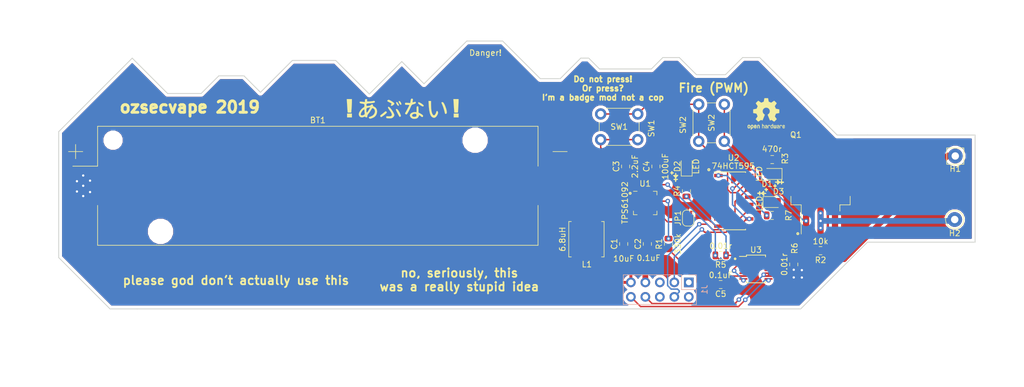
<source format=kicad_pcb>
(kicad_pcb (version 20171130) (host pcbnew 5.0.2-bee76a0~70~ubuntu18.10.1)
  (layers (0 F.Cu signal) (31 B.Cu signal) (34 B.Paste user) (35 F.Paste user) (36 B.SilkS user) (37 F.SilkS user) (38 B.Mask user) (39 F.Mask user) (44 Edge.Cuts user))
  (net 0 "")
  (net 1 VCCBat)
  (net 2 GND)
  (net 3 VCCBadge)
  (net 4 VCC5V)
  (net 5 "Net-(C5-Pad2)")
  (net 6 "Net-(D1-Pad2)")
  (net 7 "Net-(D2-Pad2)")
  (net 8 "Net-(D3-Pad2)")
  (net 9 VCCBatM)
  (net 10 FETDrain)
  (net 11 "Net-(J1-Pad1)")
  (net 12 "Net-(J1-Pad2)")
  (net 13 SCK)
  (net 14 MOSI)
  (net 15 "Net-(J1-Pad5)")
  (net 16 "Net-(J1-Pad6)")
  (net 17 SDA)
  (net 18 SCL)
  (net 19 "Net-(JP1-Pad1)")
  (net 20 "Net-(L1-Pad1)")
  (net 21 FETGateB)
  (net 22 "Net-(R1-Pad2)")
  (net 23 FETGate)
  (net 24 VCC5VM)
  (net 25 LEDPWM)
  (net 26 "Net-(U1-Pad2)")
  (net 27 "Net-(U1-Pad12)")
  (net 28 "Net-(U1-Pad14)")
  (net 29 "Net-(U1-Pad17)")
  (net 30 "Net-(U2-Pad2)")
  (net 31 "Net-(U2-Pad3)")
  (net 32 "Net-(U2-Pad4)")
  (net 33 "Net-(U2-Pad5)")
  (net 34 "Net-(U2-Pad6)")
  (net 35 "Net-(U2-Pad7)")
  (net 36 "Net-(U2-Pad9)")
  (module LOGO (layer F.Cu) (at 114.34 77.64)
    (fp_text reference G*** hide)
    (fp_text value ABUNAI hide)
  )
  (module Battery:BatteryHolder_Keystone_1042_1x18650 (layer F.Cu) (at 99.47 91.5)
    (fp_text reference BT1 (at 0 -11.5) (layer F.SilkS))
    (fp_text value Battery)
    (pad 1 smd rect (at -39.33 0) (size 7.34 6.35) (layers F.Cu F.Paste F.Mask) (net 1 VCCBat))
    (pad 2 smd rect (at 39.33 0) (size 7.34 6.35) (layers F.Cu F.Paste F.Mask) (net 2 GND))
    (pad "" np_thru_hole circle (at 27.6 -8) (size 3.45 3.45) (drill 3.45) (layers *.Cu *.Mask))
    (pad "" np_thru_hole circle (at -27.6 8) (size 3.45 3.45) (drill 3.45) (layers *.Cu *.Mask))
    (pad "" np_thru_hole circle (at -35.93 -8) (size 2.39 2.39) (drill 2.39) (layers *.Cu *.Mask))
  )
  (module Capacitor_SMD:C_0805_2012Metric (layer F.Cu) (at 153.14 101.7075 90)
    (fp_text reference C1 (at 0 -1.65 90) (layer F.SilkS))
    (fp_text value 10uF (at -2.58 0 180) (layer F.SilkS))
    (pad 1 smd roundrect (at -0.9375 0 90) (size 0.975 1.4) (layers F.Cu F.Paste F.Mask) (net 3 VCCBadge))
    (pad 2 smd roundrect (at 0.9375 0 90) (size 0.975 1.4) (layers F.Cu F.Paste F.Mask) (net 2 GND))
  )
  (module Capacitor_SMD:C_0805_2012Metric (layer F.Cu) (at 157.29 101.7075 90)
    (fp_text reference C2 (at 0 -1.65 90) (layer F.SilkS))
    (fp_text value 0.1uF (at -2.4675 0.21 180) (layer F.SilkS))
    (pad 1 smd roundrect (at -0.9375 0 90) (size 0.975 1.4) (layers F.Cu F.Paste F.Mask) (net 3 VCCBadge))
    (pad 2 smd roundrect (at 0.9375 0 90) (size 0.975 1.4) (layers F.Cu F.Paste F.Mask) (net 2 GND))
  )
  (module Capacitor_SMD:C_0805_2012Metric (layer F.Cu) (at 153.48 88.1025 90)
    (fp_text reference C3 (at 0 -1.65 90) (layer F.SilkS))
    (fp_text value 2.2uF (at 0 1.65 90) (layer F.SilkS))
    (pad 2 smd roundrect (at 0.9375 0 90) (size 0.975 1.4) (layers F.Cu F.Paste F.Mask) (net 2 GND))
    (pad 1 smd roundrect (at -0.9375 0 90) (size 0.975 1.4) (layers F.Cu F.Paste F.Mask) (net 4 VCC5V))
  )
  (module Capacitor_SMD:C_0805_2012Metric (layer F.Cu) (at 158.79 88.1025 90)
    (fp_text reference C4 (at 0 -1.65 90) (layer F.SilkS))
    (fp_text value 100uF (at 0 1.65 90) (layer F.SilkS))
    (pad 1 smd roundrect (at -0.9375 0 90) (size 0.975 1.4) (layers F.Cu F.Paste F.Mask) (net 4 VCC5V))
    (pad 2 smd roundrect (at 0.9375 0 90) (size 0.975 1.4) (layers F.Cu F.Paste F.Mask) (net 2 GND))
  )
  (module Capacitor_SMD:C_0805_2012Metric (layer F.Cu) (at 170.16 108.83 180)
    (fp_text reference C5 (at 0 -1.65 180) (layer F.SilkS))
    (fp_text value 0.1uF (at 0 1.65 180) (layer F.SilkS))
    (pad 2 smd roundrect (at 0.9375 0 180) (size 0.975 1.4) (layers F.Cu F.Paste F.Mask) (net 5 "Net-(C5-Pad2)"))
    (pad 1 smd roundrect (at -0.9375 0 180) (size 0.975 1.4) (layers F.Cu F.Paste F.Mask) (net 2 GND))
  )
  (module LED_SMD:LED_0805_2012Metric (layer F.Cu) (at 179.2375 89.42 180)
    (fp_text reference D1 (at 0.9275 -1.75 180) (layer F.SilkS))
    (fp_text value LED (at 2.3175 0.01 270) (layer F.SilkS))
    (pad 1 smd roundrect (at -0.9375 0 180) (size 0.975 1.4) (layers F.Cu F.Paste F.Mask) (net 2 GND))
    (pad 2 smd roundrect (at 0.9375 0 180) (size 0.975 1.4) (layers F.Cu F.Paste F.Mask) (net 6 "Net-(D1-Pad2)"))
  )
  (module LED_SMD:LED_0805_2012Metric (layer F.Cu) (at 164.195 88.1025 90)
    (fp_text reference D2 (at 0 -1.65 90) (layer F.SilkS))
    (fp_text value LED (at 0 1.65 90) (layer F.SilkS))
    (pad 1 smd roundrect (at -0.9375 0 90) (size 0.975 1.4) (layers F.Cu F.Paste F.Mask) (net 2 GND))
    (pad 2 smd roundrect (at 0.9375 0 90) (size 0.975 1.4) (layers F.Cu F.Paste F.Mask) (net 7 "Net-(D2-Pad2)"))
  )
  (module LED_SMD:LED_0805_2012Metric (layer F.Cu) (at 179.2775 94.35)
    (fp_text reference D3 (at 1.0225 -1.85) (layer F.SilkS))
    (fp_text value LED (at -2.3275 0.27 90) (layer F.SilkS))
    (pad 2 smd roundrect (at 0.9375 0) (size 0.975 1.4) (layers F.Cu F.Paste F.Mask) (net 8 "Net-(D3-Pad2)"))
    (pad 1 smd roundrect (at -0.9375 0) (size 0.975 1.4) (layers F.Cu F.Paste F.Mask) (net 2 GND))
  )
  (module Connector_Pin:Pin_D1.3mm_L11.3mm_W2.8mm_Flat (layer F.Cu) (at 211.32 86.27)
    (fp_text reference H1 (at 0 2.25) (layer F.SilkS))
    (fp_text value 510+)
    (pad 1 thru_hole circle (at 0 0) (size 2.6 2.6) (drill 1.3) (layers *.Cu *.Mask) (net 9 VCCBatM))
  )
  (module Connector_Pin:Pin_D1.3mm_L11.0mm (layer F.Cu) (at 211.22 97.42)
    (fp_text reference H2 (at 0 2.4) (layer F.SilkS))
    (fp_text value 510-)
    (pad 1 thru_hole circle (at 0 0) (size 2.6 2.6) (drill 1.3) (layers *.Cu *.Mask) (net 10 FETDrain))
  )
  (module Connector_PinSocket_2.54mm:PinSocket_2x05_P2.54mm_Vertical (layer B.Cu) (at 164.56 108.45 90)
    (fp_text reference J1 (at -1.27 2.77 90) (layer B.SilkS) (effects (justify mirror)))
    (fp_text value LSAO)
    (pad 1 thru_hole rect (at 0 0 90) (size 1.7 1.7) (drill 1) (layers *.Cu *.Mask) (net 11 "Net-(J1-Pad1)"))
    (pad 2 thru_hole oval (at -2.54 0 90) (size 1.7 1.7) (drill 1) (layers *.Cu *.Mask) (net 12 "Net-(J1-Pad2)"))
    (pad 3 thru_hole oval (at 0 -2.54 90) (size 1.7 1.7) (drill 1) (layers *.Cu *.Mask) (net 13 SCK))
    (pad 4 thru_hole oval (at -2.54 -2.54 90) (size 1.7 1.7) (drill 1) (layers *.Cu *.Mask) (net 14 MOSI))
    (pad 5 thru_hole oval (at 0 -5.08 90) (size 1.7 1.7) (drill 1) (layers *.Cu *.Mask) (net 15 "Net-(J1-Pad5)"))
    (pad 6 thru_hole oval (at -2.54 -5.08 90) (size 1.7 1.7) (drill 1) (layers *.Cu *.Mask) (net 16 "Net-(J1-Pad6)"))
    (pad 7 thru_hole oval (at 0 -7.62 90) (size 1.7 1.7) (drill 1) (layers *.Cu *.Mask) (net 3 VCCBadge))
    (pad 8 thru_hole oval (at -2.54 -7.62 90) (size 1.7 1.7) (drill 1) (layers *.Cu *.Mask) (net 17 SDA))
    (pad 9 thru_hole oval (at 0 -10.16 90) (size 1.7 1.7) (drill 1) (layers *.Cu *.Mask) (net 2 GND))
    (pad 10 thru_hole oval (at -2.54 -10.16 90) (size 1.7 1.7) (drill 1) (layers *.Cu *.Mask) (net 18 SCL))
  )
  (module Jumper:SolderJumper-2_P1.3mm_Bridged_RoundedPad1.0x1.5mm (layer F.Cu) (at 164.45 97.17 90)
    (fp_text reference JP1 (at 0 -1.8 90) (layer F.SilkS))
    (fp_text value Jumper)
    (pad 1 smd custom (at -0.65 0 90) (size 1 0.5) (layers F.Cu F.Mask) (net 19 "Net-(JP1-Pad1)") (options (clearance outline) (anchor rect)) (primitives (gr_circle (center 0 0.25) (end 0.5 0.25) (width 0)) (gr_circle (center 0 -0.25) (end 0.5 -0.25) (width 0)) (gr_poly (pts (xy 0 -0.75) (xy 0.5 -0.75) (xy 0.5 0.75) (xy 0 0.75)) (width 0)) (gr_poly (pts (xy 0.9 -0.3) (xy 0.4 -0.3) (xy 0.4 0.3) (xy 0.9 0.3)) (width 0))))
    (pad 2 smd custom (at 0.65 0 90) (size 1 0.5) (layers F.Cu F.Mask) (net 2 GND) (options (clearance outline) (anchor rect)) (primitives (gr_circle (center 0 0.25) (end 0.5 0.25) (width 0)) (gr_circle (center 0 -0.25) (end 0.5 -0.25) (width 0)) (gr_poly (pts (xy 0 -0.75) (xy -0.5 -0.75) (xy -0.5 0.75) (xy 0 0.75)) (width 0))))
  )
  (module Inductor_SMD:L_Bourns_SRN6045TA (layer F.Cu) (at 146.6 100.875 270)
    (fp_text reference L1 (at 4.41 -0.07) (layer F.SilkS))
    (fp_text value 6.8uH (at 0 4.2 270) (layer F.SilkS))
    (pad 1 smd rect (at -2.075 0 270) (size 2.35 5.1) (layers F.Cu F.Paste F.Mask) (net 20 "Net-(L1-Pad1)"))
    (pad 2 smd rect (at 2.075 0 270) (size 2.35 5.1) (layers F.Cu F.Paste F.Mask) (net 3 VCCBadge))
  )
  (module Package_TO_SOT_SMD:TO-263-3_TabPin2 (layer F.Cu) (at 187.68 91.89 90)
    (fp_text reference Q1 (at 9.33 -4.33 180) (layer F.SilkS))
    (fp_text value IRLS3034)
    (pad 1 smd rect (at -5.775 -2.54 90) (size 4.6 1.1) (layers F.Cu F.Paste F.Mask) (net 21 FETGateB))
    (pad 2 smd rect (at -5.775 0 90) (size 4.6 1.1) (layers F.Cu F.Paste F.Mask) (net 10 FETDrain))
    (pad 3 smd rect (at -5.775 2.54 90) (size 4.6 1.1) (layers F.Cu F.Paste F.Mask) (net 2 GND))
    (pad 2 smd rect (at 3.375 0 90) (size 9.4 10.8) (layers F.Cu F.Mask) (net 10 FETDrain))
  )
  (module Resistor_SMD:R_0805_2012Metric (layer F.Cu) (at 161 101.7075 90)
    (fp_text reference R1 (at 0 -1.65 90) (layer F.SilkS))
    (fp_text value 330k (at 0 1.65 90) (layer F.SilkS))
    (pad 2 smd roundrect (at 0.9375 0 90) (size 0.975 1.4) (layers F.Cu F.Paste F.Mask) (net 22 "Net-(R1-Pad2)"))
    (pad 1 smd roundrect (at -0.9375 0 90) (size 0.975 1.4) (layers F.Cu F.Paste F.Mask) (net 3 VCCBadge))
  )
  (module Resistor_SMD:R_0805_2012Metric (layer F.Cu) (at 187.6775 102.89 180)
    (fp_text reference R2 (at 0 -1.65 180) (layer F.SilkS))
    (fp_text value 10k (at 0 1.65 180) (layer F.SilkS))
    (pad 1 smd roundrect (at -0.9375 0 180) (size 0.975 1.4) (layers F.Cu F.Paste F.Mask) (net 2 GND))
    (pad 2 smd roundrect (at 0.9375 0 180) (size 0.975 1.4) (layers F.Cu F.Paste F.Mask) (net 21 FETGateB))
  )
  (module Resistor_SMD:R_0805_2012Metric (layer F.Cu) (at 179.2 86.9)
    (fp_text reference R3 (at 2.26 -0.17 90) (layer F.SilkS))
    (fp_text value 470r (at -0.06 -1.84 180) (layer F.SilkS))
    (pad 1 smd roundrect (at -0.9375 0) (size 0.975 1.4) (layers F.Cu F.Paste F.Mask) (net 23 FETGate))
    (pad 2 smd roundrect (at 0.9375 0) (size 0.975 1.4) (layers F.Cu F.Paste F.Mask) (net 6 "Net-(D1-Pad2)"))
  )
  (module Resistor_SMD:R_0805_2012Metric (layer F.Cu) (at 164.15 92.4225 90)
    (fp_text reference R4 (at 0 -1.65 90) (layer F.SilkS))
    (fp_text value 470r)
    (pad 2 smd roundrect (at 0.9375 0 90) (size 0.975 1.4) (layers F.Cu F.Paste F.Mask) (net 7 "Net-(D2-Pad2)"))
    (pad 1 smd roundrect (at -0.9375 0 90) (size 0.975 1.4) (layers F.Cu F.Paste F.Mask) (net 24 VCC5VM))
  )
  (module Resistor_SMD:R_0805_2012Metric (layer F.Cu) (at 170.16 103.71 180)
    (fp_text reference R5 (at 0 -1.65 180) (layer F.SilkS))
    (fp_text value 0.01r (at 0 1.65 180) (layer F.SilkS))
    (pad 1 smd roundrect (at -0.9375 0 180) (size 0.975 1.4) (layers F.Cu F.Paste F.Mask) (net 24 VCC5VM))
    (pad 2 smd roundrect (at 0.9375 0 180) (size 0.975 1.4) (layers F.Cu F.Paste F.Mask) (net 4 VCC5V))
  )
  (module Resistor_SMD:R_0805_2012Metric (layer F.Cu) (at 182.98 105.3 270)
    (fp_text reference R6 (at -2.83 -0.15 270) (layer F.SilkS))
    (fp_text value 0.01r (at 0 1.65 270) (layer F.SilkS))
    (pad 2 smd roundrect (at 0.9375 0 270) (size 0.975 1.4) (layers F.Cu F.Paste F.Mask) (net 1 VCCBat))
    (pad 1 smd roundrect (at -0.9375 0 270) (size 0.975 1.4) (layers F.Cu F.Paste F.Mask) (net 9 VCCBatM))
  )
  (module Resistor_SMD:R_0805_2012Metric (layer F.Cu) (at 179.1625 96.7)
    (fp_text reference R7 (at 2.9375 0 90) (layer F.SilkS))
    (fp_text value 470r)
    (pad 1 smd roundrect (at -0.9375 0) (size 0.975 1.4) (layers F.Cu F.Paste F.Mask) (net 25 LEDPWM))
    (pad 2 smd roundrect (at 0.9375 0) (size 0.975 1.4) (layers F.Cu F.Paste F.Mask) (net 8 "Net-(D3-Pad2)"))
  )
  (module Button_Switch_THT:SW_PUSH_6mm (layer F.Cu) (at 155.6 83.4 180)
    (fp_text reference SW1 (at -2.39 1.97 270) (layer F.SilkS))
    (fp_text value ManualFire)
    (fp_text user %R (at 3.25 2.25 180) (layer F.SilkS))
    (pad 2 thru_hole circle (at 0 4.5 270) (size 2 2) (drill 1.1) (layers *.Cu *.Mask) (net 23 FETGate))
    (pad 1 thru_hole circle (at 0 0 270) (size 2 2) (drill 1.1) (layers *.Cu *.Mask) (net 4 VCC5V))
    (pad 2 thru_hole circle (at 6.5 4.5 270) (size 2 2) (drill 1.1) (layers *.Cu *.Mask) (net 23 FETGate))
    (pad 1 thru_hole circle (at 6.5 0 270) (size 2 2) (drill 1.1) (layers *.Cu *.Mask) (net 4 VCC5V))
  )
  (module Button_Switch_THT:SW_PUSH_6mm (layer F.Cu) (at 166.3 83.7 90)
    (fp_text reference SW2 (at 2.88 -2.76 90) (layer F.SilkS))
    (fp_text value MCUFire)
    (fp_text user %R (at 3.25 2.25 90) (layer F.SilkS))
    (pad 1 thru_hole circle (at 6.5 0 180) (size 2 2) (drill 1.1) (layers *.Cu *.Mask) (net 23 FETGate))
    (pad 2 thru_hole circle (at 6.5 4.5 180) (size 2 2) (drill 1.1) (layers *.Cu *.Mask) (net 21 FETGateB))
    (pad 1 thru_hole circle (at 0 0 180) (size 2 2) (drill 1.1) (layers *.Cu *.Mask) (net 23 FETGate))
    (pad 2 thru_hole circle (at 0 4.5 180) (size 2 2) (drill 1.1) (layers *.Cu *.Mask) (net 21 FETGateB))
  )
  (module Package_DFN_QFN:QFN-16-1EP_4x4mm_P0.65mm_EP2.5x2.5mm (layer F.Cu) (at 156.91 94.52)
    (fp_text reference U1 (at 0 -3.4) (layer F.SilkS))
    (fp_text value TPS61092 (at -3.56 -0.04 90) (layer F.SilkS))
    (pad 1 smd rect (at -2 -0.975) (size 0.8 0.35) (layers F.Cu F.Paste F.Mask) (net 4 VCC5V))
    (pad 2 smd rect (at -2 -0.325) (size 0.8 0.35) (layers F.Cu F.Paste F.Mask) (net 26 "Net-(U1-Pad2)"))
    (pad 3 smd rect (at -2 0.325) (size 0.8 0.35) (layers F.Cu F.Paste F.Mask) (net 20 "Net-(L1-Pad1)"))
    (pad 4 smd rect (at -2 0.975) (size 0.8 0.35) (layers F.Cu F.Paste F.Mask) (net 20 "Net-(L1-Pad1)"))
    (pad 5 smd rect (at -0.975 2 90) (size 0.8 0.35) (layers F.Cu F.Paste F.Mask) (net 2 GND))
    (pad 6 smd rect (at -0.325 2 90) (size 0.8 0.35) (layers F.Cu F.Paste F.Mask) (net 2 GND))
    (pad 7 smd rect (at 0.325 2 90) (size 0.8 0.35) (layers F.Cu F.Paste F.Mask) (net 2 GND))
    (pad 8 smd rect (at 0.975 2 90) (size 0.8 0.35) (layers F.Cu F.Paste F.Mask) (net 3 VCCBadge))
    (pad 9 smd rect (at 2 0.975) (size 0.8 0.35) (layers F.Cu F.Paste F.Mask) (net 19 "Net-(JP1-Pad1)"))
    (pad 10 smd rect (at 2 0.325) (size 0.8 0.35) (layers F.Cu F.Paste F.Mask) (net 2 GND))
    (pad 11 smd rect (at 2 -0.325) (size 0.8 0.35) (layers F.Cu F.Paste F.Mask) (net 22 "Net-(R1-Pad2)"))
    (pad 12 smd rect (at 2 -0.975) (size 0.8 0.35) (layers F.Cu F.Paste F.Mask) (net 27 "Net-(U1-Pad12)"))
    (pad 13 smd rect (at 0.975 -2 90) (size 0.8 0.35) (layers F.Cu F.Paste F.Mask) (net 2 GND))
    (pad 14 smd rect (at 0.325 -2 90) (size 0.8 0.35) (layers F.Cu F.Paste F.Mask) (net 28 "Net-(U1-Pad14)"))
    (pad 15 smd rect (at -0.325 -2 90) (size 0.8 0.35) (layers F.Cu F.Paste F.Mask) (net 4 VCC5V))
    (pad 16 smd rect (at -0.975 -2 90) (size 0.8 0.35) (layers F.Cu F.Paste F.Mask) (net 4 VCC5V))
    (pad 17 smd rect (at 0 0) (size 2.5 2.5) (layers F.Cu F.Mask) (net 29 "Net-(U1-Pad17)"))
  )
  (module Package_SO:SOIC-16_3.9x9.9mm_P1.27mm (layer F.Cu) (at 172.46 94.14)
    (fp_text reference U2 (at -0.03 -7.55) (layer F.SilkS))
    (fp_text value 74HCT595 (at -0.1 -6.11) (layer F.SilkS))
    (pad 1 smd rect (at -2.7 -4.445) (size 1.5 0.6) (layers F.Cu F.Paste F.Mask) (net 25 LEDPWM))
    (pad 2 smd rect (at -2.7 -3.175) (size 1.5 0.6) (layers F.Cu F.Paste F.Mask) (net 30 "Net-(U2-Pad2)"))
    (pad 3 smd rect (at -2.7 -1.905) (size 1.5 0.6) (layers F.Cu F.Paste F.Mask) (net 31 "Net-(U2-Pad3)"))
    (pad 4 smd rect (at -2.7 -0.635) (size 1.5 0.6) (layers F.Cu F.Paste F.Mask) (net 32 "Net-(U2-Pad4)"))
    (pad 5 smd rect (at -2.7 0.635) (size 1.5 0.6) (layers F.Cu F.Paste F.Mask) (net 33 "Net-(U2-Pad5)"))
    (pad 6 smd rect (at -2.7 1.905) (size 1.5 0.6) (layers F.Cu F.Paste F.Mask) (net 34 "Net-(U2-Pad6)"))
    (pad 7 smd rect (at -2.7 3.175) (size 1.5 0.6) (layers F.Cu F.Paste F.Mask) (net 35 "Net-(U2-Pad7)"))
    (pad 8 smd rect (at -2.7 4.445) (size 1.5 0.6) (layers F.Cu F.Paste F.Mask) (net 2 GND))
    (pad 9 smd rect (at 2.7 4.445) (size 1.5 0.6) (layers F.Cu F.Paste F.Mask) (net 36 "Net-(U2-Pad9)"))
    (pad 10 smd rect (at 2.7 3.175) (size 1.5 0.6) (layers F.Cu F.Paste F.Mask) (net 24 VCC5VM))
    (pad 11 smd rect (at 2.7 1.905) (size 1.5 0.6) (layers F.Cu F.Paste F.Mask) (net 13 SCK))
    (pad 12 smd rect (at 2.7 0.635) (size 1.5 0.6) (layers F.Cu F.Paste F.Mask) (net 13 SCK))
    (pad 13 smd rect (at 2.7 -0.635) (size 1.5 0.6) (layers F.Cu F.Paste F.Mask) (net 2 GND))
    (pad 14 smd rect (at 2.7 -1.905) (size 1.5 0.6) (layers F.Cu F.Paste F.Mask) (net 14 MOSI))
    (pad 15 smd rect (at 2.7 -3.175) (size 1.5 0.6) (layers F.Cu F.Paste F.Mask) (net 23 FETGate))
    (pad 16 smd rect (at 2.7 -4.445) (size 1.5 0.6) (layers F.Cu F.Paste F.Mask) (net 24 VCC5VM))
  )
  (module Package_SO:MSOP-16_3x4mm_P0.5mm (layer F.Cu) (at 176.35 106.09)
    (fp_text reference U3 (at 0 -3.35) (layer F.SilkS))
    (fp_text value LTC2992)
    (pad 1 smd rect (at -2.2 -1.75) (size 1.4 0.3) (layers F.Cu F.Paste F.Mask) (net 24 VCC5VM))
    (pad 2 smd rect (at -2.2 -1.25) (size 1.4 0.3) (layers F.Cu F.Paste F.Mask) (net 4 VCC5V))
    (pad 3 smd rect (at -2.2 -0.75) (size 1.4 0.3) (layers F.Cu F.Paste F.Mask) (net 3 VCCBadge))
    (pad 4 smd rect (at -2.2 -0.25) (size 1.4 0.3) (layers F.Cu F.Paste F.Mask) (net 2 GND))
    (pad 5 smd rect (at -2.2 0.25) (size 1.4 0.3) (layers F.Cu F.Paste F.Mask) (net 2 GND))
    (pad 12 smd rect (at 2.2 0.25) (size 1.4 0.3) (layers F.Cu F.Paste F.Mask) (net 2 GND))
    (pad 13 smd rect (at 2.2 -0.25) (size 1.4 0.3) (layers F.Cu F.Paste F.Mask) (net 2 GND))
    (pad 14 smd rect (at 2.2 -0.75) (size 1.4 0.3) (layers F.Cu F.Paste F.Mask) (net 1 VCCBat))
    (pad 15 smd rect (at 2.2 -1.25) (size 1.4 0.3) (layers F.Cu F.Paste F.Mask) (net 1 VCCBat))
    (pad 16 smd rect (at 2.2 -1.75) (size 1.4 0.3) (layers F.Cu F.Paste F.Mask) (net 9 VCCBatM))
    (pad 6 smd rect (at -2.2 0.75) (size 1.4 0.3) (layers F.Cu F.Paste F.Mask) (net 2 GND))
    (pad 7 smd rect (at -2.2 1.25) (size 1.4 0.3) (layers F.Cu F.Paste F.Mask) (net 5 "Net-(C5-Pad2)"))
    (pad 8 smd rect (at -2.2 1.75) (size 1.4 0.3) (layers F.Cu F.Paste F.Mask) (net 3 VCCBadge))
    (pad 11 smd rect (at 2.2 0.75) (size 1.4 0.3) (layers F.Cu F.Paste F.Mask) (net 17 SDA))
    (pad 10 smd rect (at 2.2 1.25) (size 1.4 0.3) (layers F.Cu F.Paste F.Mask) (net 17 SDA))
    (pad 9 smd rect (at 2.2 1.75) (size 1.4 0.3) (layers F.Cu F.Paste F.Mask) (net 18 SCL))
  )
  (module Symbol:OSHW-Logo2_7.3x6mm_SilkScreen (layer F.Cu) (at 178.15 78.88)
    (fp_text reference REF** hide)
    (fp_text value OSHW-Logo2_7.3x6mm_SilkScreen hide)
  )
  (module Symbol:Symbol_Danger_CopperTop_Small (layer F.Cu) (at 128.63 72.87)
    (fp_text reference Danger! (at 0.254 -4.699) (layer F.SilkS))
    (fp_text value Symbol_Danger_CopperTop_Small)
    (fp_line (start 1.27 0.762) (end 0.889 0.762) (layer F.Cu) (width 0.381))
    (fp_line (start 1.651 0.762) (end 1.27 0.762) (layer F.Cu) (width 0.381))
    (fp_line (start 2.159 0.508) (end 1.651 0.762) (layer F.Cu) (width 0.381))
    (fp_line (start 2.413 0.381) (end 2.159 0.508) (layer F.Cu) (width 0.381))
    (fp_line (start 2.54 0) (end 2.413 0.381) (layer F.Cu) (width 0.381))
    (fp_line (start 2.54 -0.381) (end 2.54 0) (layer F.Cu) (width 0.381))
    (fp_line (start 2.413 -0.762) (end 2.54 -0.381) (layer F.Cu) (width 0.381))
    (fp_line (start 2.159 -1.27) (end 2.413 -0.762) (layer F.Cu) (width 0.381))
    (fp_line (start 1.905 -1.651) (end 2.159 -1.27) (layer F.Cu) (width 0.381))
    (fp_line (start 1.397 -2.159) (end 1.905 -1.651) (layer F.Cu) (width 0.381))
    (fp_line (start 0.762 -2.413) (end 1.397 -2.159) (layer F.Cu) (width 0.381))
    (fp_line (start 0.127 -2.54) (end 0.762 -2.413) (layer F.Cu) (width 0.381))
    (fp_line (start -0.381 -2.54) (end 0.127 -2.54) (layer F.Cu) (width 0.381))
    (fp_line (start -1.016 -2.286) (end -0.381 -2.54) (layer F.Cu) (width 0.381))
    (fp_line (start -1.651 -1.905) (end -1.016 -2.286) (layer F.Cu) (width 0.381))
    (fp_line (start -2.159 -1.397) (end -1.651 -1.905) (layer F.Cu) (width 0.381))
    (fp_line (start -2.413 -0.762) (end -2.159 -1.397) (layer F.Cu) (width 0.381))
    (fp_line (start -2.54 -0.254) (end -2.413 -0.762) (layer F.Cu) (width 0.381))
    (fp_line (start -2.54 0) (end -2.54 -0.254) (layer F.Cu) (width 0.381))
    (fp_line (start -1.143 0.762) (end -0.762 0.762) (layer F.Cu) (width 0.381))
    (fp_line (start -1.778 0.635) (end -1.143 0.762) (layer F.Cu) (width 0.381))
    (fp_line (start -2.286 0.508) (end -1.778 0.635) (layer F.Cu) (width 0.381))
    (fp_line (start -2.413 0.254) (end -2.286 0.508) (layer F.Cu) (width 0.381))
    (fp_line (start -2.54 0) (end -2.413 0.254) (layer F.Cu) (width 0.381))
    (fp_line (start -1.016 1.524) (end -1.016 0.762) (layer F.Cu) (width 0.381))
    (fp_line (start -1.016 1.905) (end -1.016 1.524) (layer F.Cu) (width 0.381))
    (fp_line (start 0.127 2.54) (end -0.254 2.54) (layer F.Cu) (width 0.381))
    (fp_line (start 0.635 2.413) (end 0.127 2.54) (layer F.Cu) (width 0.381))
    (fp_line (start 1.016 2.286) (end 0.635 2.413) (layer F.Cu) (width 0.381))
    (fp_line (start 1.143 1.905) (end 1.016 2.286) (layer F.Cu) (width 0.381))
    (fp_line (start 1.143 1.524) (end 1.143 1.905) (layer F.Cu) (width 0.381))
    (fp_line (start 1.143 0.762) (end 1.143 1.524) (layer F.Cu) (width 0.381))
    (fp_line (start -0.635 2.413) (end -0.254 2.54) (layer F.Cu) (width 0.381))
    (fp_line (start -0.889 2.159) (end -0.635 2.413) (layer F.Cu) (width 0.381))
    (fp_line (start -1.016 1.905) (end -0.889 2.159) (layer F.Cu) (width 0.381))
    (fp_line (start -0.254 0.381) (end 0 -0.381) (layer F.Cu) (width 0.381))
    (fp_line (start 0.254 0.381) (end -0.254 0.381) (layer F.Cu) (width 0.381))
    (fp_line (start 0 -0.381) (end 0.254 0.381) (layer F.Cu) (width 0.381))
    (fp_circle (center 1.016 -0.381) (end 1.27 -0.254) (layer F.Cu) (width 0.381))
    (fp_circle (center -1.016 -0.381) (end -1.27 -0.254) (layer F.Cu) (width 0.381))
    (fp_line (start -0.508 1.651) (end -0.508 1.143) (layer F.Cu) (width 0.381))
    (fp_line (start 0.635 1.651) (end -0.508 1.651) (layer F.Cu) (width 0.381))
    (fp_line (start 0.635 1.143) (end 0.635 1.651) (layer F.Cu) (width 0.381))
    (fp_line (start -0.508 1.143) (end 0.635 1.143) (layer F.Cu) (width 0.381))
    (fp_line (start 0.127 1.27) (end 0.127 1.524) (layer F.Cu) (width 0.381))
    (fp_line (start 2.286 -1.651) (end 2.921 -2.159) (layer F.Cu) (width 0.381))
    (fp_line (start 2.921 -2.159) (end 2.921 -2.667) (layer F.Cu) (width 0.381))
    (fp_line (start 2.921 -2.159) (end 3.429 -2.286) (layer F.Cu) (width 0.381))
    (fp_line (start -1.651 1.143) (end -2.667 2.032) (layer F.Cu) (width 0.381))
    (fp_line (start -2.667 2.032) (end -3.048 2.032) (layer F.Cu) (width 0.381))
    (fp_line (start -2.667 2.032) (end -2.667 2.54) (layer F.Cu) (width 0.381))
    (fp_line (start -2.413 -1.651) (end -2.921 -2.032) (layer F.Cu) (width 0.381))
    (fp_line (start -2.921 -2.032) (end -2.921 -2.413) (layer F.Cu) (width 0.381))
    (fp_line (start -2.921 -2.032) (end -3.302 -1.905) (layer F.Cu) (width 0.381))
    (fp_line (start 2.667 2.032) (end 2.921 2.032) (layer F.Cu) (width 0.381))
    (fp_line (start 1.778 1.143) (end 2.667 2.032) (layer F.Cu) (width 0.381))
    (fp_line (start 2.667 2.413) (end 2.794 2.413) (layer F.Cu) (width 0.381))
    (fp_line (start 2.667 2.032) (end 2.667 2.413) (layer F.Cu) (width 0.381))
  )
  (gr_circle (center 172.69 104.31) (end 172.7 104.18) (layer F.SilkS) (width 0.2))
  (gr_circle (center 183.69 99.9) (end 183.74 99.75) (layer F.SilkS) (width 0.2))
  (gr_circle (center 168.08 88.68) (end 168.08 88.51) (layer F.SilkS) (width 0.2))
  (gr_circle (center 154.27 92.82) (end 154.27 92.76) (layer F.SilkS) (width 0.2))
  (gr_line (start 177.71 93.16) (end 177.34 92.81) (layer F.SilkS) (width 0.2))
  (gr_line (start 178.14 92.15) (end 178.37 92.15) (layer F.SilkS) (width 0.2))
  (gr_line (start 177 92.83) (end 177 92.55) (layer F.SilkS) (width 0.2))
  (gr_line (start 178.37 92.15) (end 177.92 92.15) (layer F.SilkS) (width 0.2))
  (gr_line (start 177.69 92.48) (end 177.71 93.16) (layer F.SilkS) (width 0.2))
  (gr_line (start 177.34 92.81) (end 177.66 92.53) (layer F.SilkS) (width 0.2))
  (gr_line (start 177 92.55) (end 177.01 93.13) (layer F.SilkS) (width 0.2))
  (gr_line (start 178.15 92.39) (end 178.14 92.15) (layer F.SilkS) (width 0.2))
  (gr_line (start 178.06 92.83) (end 176.68 92.81) (layer F.SilkS) (width 0.2))
  (gr_line (start 178.15 91.95) (end 178.15 92.39) (layer F.SilkS) (width 0.2))
  (gr_line (start 176.68 92.81) (end 177 92.83) (layer F.SilkS) (width 0.2))
  (gr_line (start 179.78 90.86) (end 181.16 90.88) (layer F.SilkS) (width 0.2))
  (gr_line (start 181.16 90.88) (end 180.84 90.86) (layer F.SilkS) (width 0.2))
  (gr_line (start 180.84 90.86) (end 180.84 91.14) (layer F.SilkS) (width 0.2))
  (gr_line (start 180.5 90.88) (end 180.18 91.16) (layer F.SilkS) (width 0.2))
  (gr_line (start 180.15 91.21) (end 180.13 90.53) (layer F.SilkS) (width 0.2))
  (gr_line (start 180.13 90.53) (end 180.5 90.88) (layer F.SilkS) (width 0.2))
  (gr_line (start 180.84 91.14) (end 180.83 90.56) (layer F.SilkS) (width 0.2))
  (gr_line (start 179.7 91.54) (end 179.47 91.54) (layer F.SilkS) (width 0.2))
  (gr_line (start 179.47 91.54) (end 179.92 91.54) (layer F.SilkS) (width 0.2))
  (gr_line (start 179.69 91.74) (end 179.69 91.3) (layer F.SilkS) (width 0.2))
  (gr_line (start 179.69 91.3) (end 179.7 91.54) (layer F.SilkS) (width 0.2))
  (gr_line (start 161.59 89.02) (end 161.59 89.47) (layer F.SilkS) (width 0.2))
  (gr_line (start 161.59 89.25) (end 161.59 89.02) (layer F.SilkS) (width 0.2))
  (gr_line (start 161.83 89.24) (end 161.59 89.25) (layer F.SilkS) (width 0.2))
  (gr_line (start 161.39 89.24) (end 161.83 89.24) (layer F.SilkS) (width 0.2))
  (gr_line (start 162.25 90.05) (end 161.97 89.73) (layer F.SilkS) (width 0.2))
  (gr_line (start 162.6 89.68) (end 162.25 90.05) (layer F.SilkS) (width 0.2))
  (gr_line (start 161.92 89.7) (end 162.6 89.68) (layer F.SilkS) (width 0.2))
  (gr_line (start 161.99 90.39) (end 162.57 90.38) (layer F.SilkS) (width 0.2))
  (gr_line (start 162.27 90.39) (end 161.99 90.39) (layer F.SilkS) (width 0.2))
  (gr_line (start 162.25 90.71) (end 162.27 90.39) (layer F.SilkS) (width 0.2))
  (gr_line (start 162.27 89.33) (end 162.25 90.71) (layer F.SilkS) (width 0.2))
  (gr_text "Do not press!\nOr press?\nI'm a badge mod not a cop" (at 149.5 74.4) (layer F.SilkS) (effects (font (size 1 1) (thickness 0.25))))
  (gr_text "Fire (PWM)" (at 168.94 74.33) (layer F.SilkS) (effects (font (size 1.5 1.5) (thickness 0.3))))
  (gr_text "ozsecvape 2019" (at 77 77.7) (layer F.SilkS) (effects (font (size 2 2) (thickness 0.5))))
  (gr_text "no, seriously, this\nwas a really stupid idea" (at 124.3 108) (layer F.SilkS) (effects (font (size 1.5 1.5) (thickness 0.3))))
  (gr_text "please god don't actually use this" (at 85.1 108.1) (layer F.SilkS) (effects (font (size 1.5 1.5) (thickness 0.3))))
  (gr_line (start 67.8 113.1) (end 63 113.1) (layer Edge.Cuts) (width 0.15))
  (gr_line (start 54 104.1) (end 63 113.1) (layer Edge.Cuts) (width 0.15))
  (gr_line (start 147 69.1) (end 145.6 69.1) (layer Edge.Cuts) (width 0.15))
  (gr_line (start 142 72.7) (end 145.6 69.1) (layer Edge.Cuts) (width 0.15))
  (gr_line (start 138.5 72.7) (end 142 72.7) (layer Edge.Cuts) (width 0.15))
  (gr_line (start 131.9 66.1) (end 138.5 72.7) (layer Edge.Cuts) (width 0.15))
  (gr_line (start 125.6 66.1) (end 131.9 66.1) (layer Edge.Cuts) (width 0.15))
  (gr_line (start 118.1 73.6) (end 125.6 66.1) (layer Edge.Cuts) (width 0.15))
  (gr_line (start 114.2 69.7) (end 118.1 73.6) (layer Edge.Cuts) (width 0.15))
  (gr_line (start 108.5 75.4) (end 114.2 69.7) (layer Edge.Cuts) (width 0.15))
  (gr_line (start 102.6 69.5) (end 108.5 75.4) (layer Edge.Cuts) (width 0.15))
  (gr_line (start 95 69.5) (end 102.6 69.5) (layer Edge.Cuts) (width 0.15))
  (gr_line (start 89.4 75.1) (end 95 69.5) (layer Edge.Cuts) (width 0.15))
  (gr_line (start 86.5 72.2) (end 89.4 75.1) (layer Edge.Cuts) (width 0.15))
  (gr_line (start 82.1 72.2) (end 86.5 72.2) (layer Edge.Cuts) (width 0.15))
  (gr_line (start 79 75.3) (end 82.1 72.2) (layer Edge.Cuts) (width 0.15))
  (gr_line (start 73.1 75.3) (end 79 75.3) (layer Edge.Cuts) (width 0.15))
  (gr_line (start 66.9 69.1) (end 73.1 75.3) (layer Edge.Cuts) (width 0.15))
  (gr_line (start 195.9 101.4) (end 184.2 113.1) (layer Edge.Cuts) (width 0.15))
  (gr_line (start 151.9 113.1) (end 184.2 113.1) (layer Edge.Cuts) (width 0.15))
  (gr_line (start 190.6 82.6) (end 195.9 82.6) (layer Edge.Cuts) (width 0.15))
  (gr_line (start 177 69) (end 190.6 82.6) (layer Edge.Cuts) (width 0.15))
  (gr_line (start 174 69) (end 177 69) (layer Edge.Cuts) (width 0.15))
  (gr_line (start 171 72) (end 174 69) (layer Edge.Cuts) (width 0.15))
  (gr_line (start 165.9 72) (end 171 72) (layer Edge.Cuts) (width 0.15))
  (gr_line (start 162.9 69) (end 165.9 72) (layer Edge.Cuts) (width 0.15))
  (gr_line (start 160 69) (end 162.9 69) (layer Edge.Cuts) (width 0.15))
  (gr_line (start 158 71) (end 160 69) (layer Edge.Cuts) (width 0.15))
  (gr_line (start 148.9 71) (end 158 71) (layer Edge.Cuts) (width 0.15))
  (gr_line (start 147 69.1) (end 148.9 71) (layer Edge.Cuts) (width 0.15))
  (gr_line (start 66.9 69.1) (end 54 82) (layer Edge.Cuts) (width 0.15))
  (gr_line (start 54 104.1) (end 54 82) (layer Edge.Cuts) (width 0.15))
  (gr_line (start 151.9 113.1) (end 67.8 113.1) (layer Edge.Cuts) (width 0.15))
  (gr_line (start 214.8 101.4) (end 195.9 101.4) (layer Edge.Cuts) (width 0.15))
  (gr_line (start 214.8 82.6) (end 195.9 82.6) (layer Edge.Cuts) (width 0.15))
  (gr_line (start 214.8 101.4) (end 214.8 82.6) (layer Edge.Cuts) (width 0.15))
  (via (at 59.5 92.6) (size 0.8) (drill 0.4) (layers F.Cu B.Cu) (net 1))
  (via (at 59.5 90.6) (size 0.8) (drill 0.4) (layers F.Cu B.Cu) (net 1))
  (via (at 57.2 90.7) (size 0.8) (drill 0.4) (layers F.Cu B.Cu) (net 1))
  (via (at 57.2 92.5) (size 0.8) (drill 0.4) (layers F.Cu B.Cu) (net 1))
  (via (at 58.3 93.3) (size 0.8) (drill 0.4) (layers F.Cu B.Cu) (net 1))
  (via (at 58.3 89.7) (size 0.8) (drill 0.4) (layers F.Cu B.Cu) (net 1))
  (via (at 58.3 91.5) (size 0.8) (drill 0.4) (layers F.Cu B.Cu) (net 1))
  (via (at 182.98 106.2375) (size 0.8) (drill 0.4) (layers F.Cu B.Cu) (net 1))
  (segment (start 182.98 106.2375) (end 182.98 107.58) (width 1) (layer F.Cu) (net 1))
  (via (at 182.98 107.58) (size 0.8) (drill 0.4) (layers F.Cu B.Cu) (net 1))
  (segment (start 183.545685 107.58) (end 183.565685 107.6) (width 1) (layer F.Cu) (net 1))
  (segment (start 182.98 107.58) (end 183.545685 107.58) (width 1) (layer F.Cu) (net 1))
  (via (at 184.4 107.6) (size 0.8) (drill 0.4) (layers F.Cu B.Cu) (net 1))
  (segment (start 183.565685 107.6) (end 184.4 107.6) (width 1) (layer F.Cu) (net 1))
  (via (at 184.4 106.3) (size 0.8) (drill 0.4) (layers F.Cu B.Cu) (net 1))
  (segment (start 184.4 107.6) (end 184.4 106.3) (width 1) (layer F.Cu) (net 1))
  (segment (start 184.3375 106.2375) (end 184.4 106.3) (width 1) (layer F.Cu) (net 1))
  (segment (start 182.98 106.2375) (end 184.3375 106.2375) (width 1) (layer F.Cu) (net 1))
  (segment (start 184.26 106.3) (end 182.98 107.58) (width 1) (layer F.Cu) (net 1))
  (segment (start 184.4 106.3) (end 184.26 106.3) (width 1) (layer F.Cu) (net 1))
  (segment (start 182.0825 105.34) (end 178.55 105.34) (width 0.25) (layer F.Cu) (net 1))
  (segment (start 182.98 106.2375) (end 182.0825 105.34) (width 0.25) (layer F.Cu) (net 1))
  (segment (start 178.55 104.84) (end 178.55 105.34) (width 0.25) (layer F.Cu) (net 1))
  (segment (start 174.15 105.84) (end 174.15 106.84) (width 0.25) (layer F.Cu) (net 2))
  (segment (start 178.55 105.84) (end 178.55 106.34) (width 0.25) (layer F.Cu) (net 2))
  (segment (start 178.55 105.84) (end 176.86 105.84) (width 0.25) (layer F.Cu) (net 2))
  (segment (start 164.45 96.52) (end 164.45 95.33) (width 0.25) (layer F.Cu) (net 2))
  (segment (start 159.56 94.845) (end 159.575 94.83) (width 0.25) (layer F.Cu) (net 2))
  (segment (start 158.91 94.845) (end 159.56 94.845) (width 0.25) (layer F.Cu) (net 2))
  (segment (start 159.575 94.83) (end 160.05 94.83) (width 0.25) (layer F.Cu) (net 2))
  (segment (start 191.665 97.665) (end 190.22 97.665) (width 1) (layer F.Cu) (net 2))
  (segment (start 190.22 97.665) (end 190.22 94.78) (width 1) (layer F.Cu) (net 2))
  (segment (start 190.22 97.665) (end 190.22 100.87) (width 1) (layer F.Cu) (net 2))
  (segment (start 156.585 97.17) (end 156.57 97.185) (width 0.25) (layer F.Cu) (net 2))
  (segment (start 156.585 96.52) (end 156.585 97.17) (width 0.25) (layer F.Cu) (net 2))
  (segment (start 156.57 97.185) (end 156.57 97.82) (width 0.25) (layer F.Cu) (net 2))
  (segment (start 156.57 97.82) (end 156.65 97.74) (width 0.25) (layer F.Cu) (net 2))
  (segment (start 157.235 96.745) (end 157.235 96.52) (width 0.25) (layer F.Cu) (net 2))
  (segment (start 156.65 97.74) (end 156.65 97.33) (width 0.25) (layer F.Cu) (net 2))
  (segment (start 156.095 97.33) (end 156.65 97.33) (width 0.25) (layer F.Cu) (net 2))
  (segment (start 155.935 97.17) (end 156.095 97.33) (width 0.25) (layer F.Cu) (net 2))
  (segment (start 155.935 96.52) (end 155.935 97.17) (width 0.25) (layer F.Cu) (net 2))
  (segment (start 156.65 97.33) (end 157.08 97.33) (width 0.25) (layer F.Cu) (net 2))
  (segment (start 157.18 97.23) (end 157.18 96.8) (width 0.25) (layer F.Cu) (net 2))
  (segment (start 157.08 97.33) (end 157.18 97.23) (width 0.25) (layer F.Cu) (net 2))
  (segment (start 157.18 96.8) (end 157.235 96.745) (width 0.25) (layer F.Cu) (net 2))
  (segment (start 156.585 96.52) (end 157.235 96.52) (width 0.25) (layer F.Cu) (net 2))
  (segment (start 169.31 98.585) (end 169.76 98.585) (width 0.25) (layer F.Cu) (net 2))
  (segment (start 166.720226 95.995226) (end 169.31 98.585) (width 0.25) (layer F.Cu) (net 2))
  (segment (start 164.974774 95.995226) (end 166.720226 95.995226) (width 0.25) (layer F.Cu) (net 2))
  (segment (start 164.45 96.52) (end 164.974774 95.995226) (width 0.25) (layer F.Cu) (net 2))
  (segment (start 175.1 105.84) (end 178.55 105.84) (width 0.25) (layer F.Cu) (net 2))
  (segment (start 174.15 105.84) (end 175.1 105.84) (width 0.25) (layer F.Cu) (net 2))
  (segment (start 156.94 102.995) (end 157.29 102.645) (width 1) (layer F.Cu) (net 3))
  (segment (start 156.94 108.45) (end 156.94 102.995) (width 1) (layer F.Cu) (net 3))
  (segment (start 153.14 102.645) (end 157.29 102.645) (width 1) (layer F.Cu) (net 3))
  (segment (start 163.695 105.34) (end 174.15 105.34) (width 0.25) (layer F.Cu) (net 3))
  (segment (start 161 102.645) (end 163.695 105.34) (width 0.25) (layer F.Cu) (net 3))
  (segment (start 152.835 102.95) (end 153.14 102.645) (width 0.25) (layer F.Cu) (net 3))
  (segment (start 146.6 102.95) (end 152.835 102.95) (width 0.25) (layer F.Cu) (net 3))
  (segment (start 159.1 98.385) (end 159.1 102.645) (width 0.25) (layer F.Cu) (net 3))
  (segment (start 157.885 97.17) (end 159.1 98.385) (width 0.25) (layer F.Cu) (net 3))
  (segment (start 157.885 96.52) (end 157.885 97.17) (width 0.25) (layer F.Cu) (net 3))
  (segment (start 157.29 102.645) (end 159.1 102.645) (width 1) (layer F.Cu) (net 3))
  (segment (start 159.1 102.645) (end 161 102.645) (width 1) (layer F.Cu) (net 3))
  (via (at 172.51 106.41) (size 0.8) (drill 0.4) (layers F.Cu B.Cu) (net 3))
  (segment (start 174.15 105.34) (end 173.2 105.34) (width 0.25) (layer F.Cu) (net 3))
  (segment (start 172.51 106.03) (end 172.51 106.41) (width 0.25) (layer F.Cu) (net 3))
  (segment (start 173.2 105.34) (end 172.51 106.03) (width 0.25) (layer F.Cu) (net 3))
  (segment (start 172.51 106.41) (end 172.51 106.450002) (width 0.25) (layer B.Cu) (net 3))
  (via (at 174.15 108.090002) (size 0.8) (drill 0.4) (layers F.Cu B.Cu) (net 3))
  (segment (start 172.51 106.450002) (end 174.15 108.090002) (width 0.25) (layer B.Cu) (net 3))
  (segment (start 174.15 108.090002) (end 174.15 107.84) (width 0.25) (layer F.Cu) (net 3))
  (segment (start 170.3525 104.84) (end 169.2225 103.71) (width 0.25) (layer F.Cu) (net 4))
  (segment (start 174.15 104.84) (end 170.3525 104.84) (width 0.25) (layer F.Cu) (net 4))
  (segment (start 154.91 93.12) (end 155.39 92.64) (width 0.25) (layer F.Cu) (net 4))
  (segment (start 154.91 93.545) (end 154.91 93.12) (width 0.25) (layer F.Cu) (net 4))
  (segment (start 155.39 92.64) (end 155.73 92.64) (width 0.25) (layer F.Cu) (net 4))
  (segment (start 155.85 92.52) (end 156.585 92.52) (width 0.25) (layer F.Cu) (net 4))
  (segment (start 155.73 92.64) (end 155.85 92.52) (width 0.25) (layer F.Cu) (net 4))
  (segment (start 155.51 92.52) (end 155.935 92.52) (width 0.25) (layer F.Cu) (net 4))
  (segment (start 153.48 90.49) (end 155.51 92.52) (width 0.25) (layer F.Cu) (net 4))
  (segment (start 153.48 89.04) (end 153.48 90.49) (width 0.25) (layer F.Cu) (net 4))
  (segment (start 158.79 89.04) (end 153.48 89.04) (width 0.25) (layer F.Cu) (net 4))
  (segment (start 153.325787 89.04) (end 153.48 89.04) (width 0.25) (layer F.Cu) (net 4))
  (segment (start 149.1 84.814213) (end 153.325787 89.04) (width 0.25) (layer F.Cu) (net 4))
  (segment (start 149.1 83.4) (end 149.1 84.814213) (width 0.25) (layer F.Cu) (net 4))
  (segment (start 154.185787 83.4) (end 149.1 83.4) (width 0.25) (layer F.Cu) (net 4))
  (segment (start 155.6 83.4) (end 154.185787 83.4) (width 0.25) (layer F.Cu) (net 4))
  (via (at 160.85 91.3) (size 0.8) (drill 0.4) (layers F.Cu B.Cu) (net 4))
  (segment (start 157.155 91.3) (end 160.85 91.3) (width 0.25) (layer F.Cu) (net 4))
  (segment (start 156.585 92.52) (end 156.585 91.87) (width 0.25) (layer F.Cu) (net 4))
  (segment (start 156.585 91.87) (end 157.155 91.3) (width 0.25) (layer F.Cu) (net 4))
  (via (at 169.2225 103.71) (size 0.8) (drill 0.4) (layers F.Cu B.Cu) (net 4))
  (segment (start 169.2225 99.6725) (end 169.2225 102.91) (width 0.25) (layer B.Cu) (net 4))
  (segment (start 169.2225 102.91) (end 169.2225 103.71) (width 0.25) (layer B.Cu) (net 4))
  (segment (start 160.85 91.3) (end 169.2225 99.6725) (width 0.25) (layer B.Cu) (net 4))
  (segment (start 173.2 107.34) (end 174.15 107.34) (width 0.25) (layer F.Cu) (net 5))
  (segment (start 169.9125 107.34) (end 173.2 107.34) (width 0.25) (layer F.Cu) (net 5))
  (segment (start 169.2225 108.03) (end 169.9125 107.34) (width 0.25) (layer F.Cu) (net 5))
  (segment (start 169.2225 108.83) (end 169.2225 108.03) (width 0.25) (layer F.Cu) (net 5))
  (segment (start 180.1375 87.5825) (end 180.1375 86.9) (width 0.25) (layer F.Cu) (net 6))
  (segment (start 178.3 89.42) (end 180.1375 87.5825) (width 0.25) (layer F.Cu) (net 6))
  (segment (start 164.95 91.485) (end 166.84 89.595) (width 0.25) (layer F.Cu) (net 7))
  (segment (start 164.15 91.485) (end 164.95 91.485) (width 0.25) (layer F.Cu) (net 7))
  (segment (start 166.84 89.595) (end 166.84 88.09) (width 0.25) (layer F.Cu) (net 7))
  (segment (start 166.84 88.09) (end 165.88 87.13) (width 0.25) (layer F.Cu) (net 7))
  (segment (start 165.845 87.165) (end 164.195 87.165) (width 0.25) (layer F.Cu) (net 7))
  (segment (start 165.88 87.13) (end 165.845 87.165) (width 0.25) (layer F.Cu) (net 7))
  (segment (start 180.215 96.585) (end 180.1 96.7) (width 0.25) (layer F.Cu) (net 8))
  (segment (start 180.215 94.35) (end 180.215 96.585) (width 0.25) (layer F.Cu) (net 8))
  (segment (start 191.841472 104.3625) (end 210 86.203972) (width 1) (layer F.Cu) (net 9))
  (segment (start 182.98 104.3625) (end 191.841472 104.3625) (width 1) (layer F.Cu) (net 9))
  (segment (start 211.253972 86.203972) (end 211.32 86.27) (width 1) (layer F.Cu) (net 9))
  (segment (start 210 86.203972) (end 211.253972 86.203972) (width 1) (layer F.Cu) (net 9))
  (segment (start 182.9575 104.34) (end 182.98 104.3625) (width 0.25) (layer F.Cu) (net 9))
  (segment (start 178.55 104.34) (end 182.9575 104.34) (width 0.25) (layer F.Cu) (net 9))
  (via (at 187.69 98.91) (size 0.8) (drill 0.4) (layers F.Cu B.Cu) (net 10))
  (segment (start 187.68 88.515) (end 187.68 96.31) (width 1) (layer F.Cu) (net 10))
  (via (at 187.68 97.665) (size 0.8) (drill 0.4) (layers F.Cu B.Cu) (net 10))
  (segment (start 210.975 97.665) (end 211.22 97.42) (width 1) (layer B.Cu) (net 10))
  (segment (start 187.68 97.665) (end 210.975 97.665) (width 1) (layer B.Cu) (net 10))
  (via (at 187.68 97.665) (size 0.8) (drill 0.4) (layers F.Cu B.Cu) (net 10))
  (via (at 187.68 96.31) (size 0.8) (drill 0.4) (layers F.Cu B.Cu) (net 10))
  (segment (start 187.68 96.31) (end 187.68 97.665) (width 1) (layer B.Cu) (net 10))
  (segment (start 187.68 98.9) (end 187.69 98.91) (width 1) (layer B.Cu) (net 10))
  (segment (start 187.68 97.665) (end 187.68 98.9) (width 1) (layer B.Cu) (net 10))
  (segment (start 175.16 96.045) (end 174.71 96.045) (width 0.25) (layer F.Cu) (net 13))
  (segment (start 174.71 96.045) (end 171.094988 99.660012) (width 0.25) (layer F.Cu) (net 13))
  (segment (start 167.360377 99.660012) (end 167.256073 99.555708) (width 0.25) (layer F.Cu) (net 13))
  (segment (start 171.094988 99.660012) (end 167.360377 99.660012) (width 0.25) (layer F.Cu) (net 13))
  (segment (start 162.02 103.991783) (end 166.456075 99.555708) (width 0.25) (layer B.Cu) (net 13))
  (segment (start 166.456075 99.555708) (end 166.856074 99.155709) (width 0.25) (layer B.Cu) (net 13))
  (segment (start 167.256073 99.555708) (end 166.856074 99.155709) (width 0.25) (layer F.Cu) (net 13))
  (segment (start 162.02 108.45) (end 162.02 103.991783) (width 0.25) (layer B.Cu) (net 13))
  (via (at 166.856074 99.155709) (size 0.8) (drill 0.4) (layers F.Cu B.Cu) (net 13))
  (segment (start 175.16 94.775) (end 175.16 96.045) (width 0.25) (layer F.Cu) (net 13))
  (via (at 166.4 98.24) (size 0.8) (drill 0.4) (layers F.Cu B.Cu) (net 14))
  (segment (start 160.844999 103.795001) (end 166.4 98.24) (width 0.25) (layer B.Cu) (net 14))
  (segment (start 160.844999 109.014001) (end 160.844999 103.795001) (width 0.25) (layer B.Cu) (net 14))
  (segment (start 161.455999 109.625001) (end 160.844999 109.014001) (width 0.25) (layer B.Cu) (net 14))
  (segment (start 162.02 110.99) (end 162.869999 110.140001) (width 0.25) (layer B.Cu) (net 14))
  (segment (start 162.584001 109.625001) (end 161.455999 109.625001) (width 0.25) (layer B.Cu) (net 14))
  (segment (start 162.869999 110.140001) (end 162.869999 109.910999) (width 0.25) (layer B.Cu) (net 14))
  (segment (start 162.869999 109.910999) (end 162.584001 109.625001) (width 0.25) (layer B.Cu) (net 14))
  (segment (start 168.749999 99.210001) (end 170.770001 99.210001) (width 0.25) (layer F.Cu) (net 14))
  (segment (start 166.4 98.24) (end 167.779998 98.24) (width 0.25) (layer F.Cu) (net 14))
  (segment (start 167.779998 98.24) (end 168.749999 99.210001) (width 0.25) (layer F.Cu) (net 14))
  (segment (start 170.770001 99.210001) (end 172.67 97.310002) (width 0.25) (layer F.Cu) (net 14))
  (segment (start 172.67 94.275) (end 174.71 92.235) (width 0.25) (layer F.Cu) (net 14))
  (segment (start 174.71 92.235) (end 175.16 92.235) (width 0.25) (layer F.Cu) (net 14))
  (segment (start 172.67 97.310002) (end 172.67 94.275) (width 0.25) (layer F.Cu) (net 14))
  (segment (start 178.55 106.84) (end 178.55 107.34) (width 0.25) (layer F.Cu) (net 17))
  (segment (start 157.789999 111.839999) (end 156.94 110.99) (width 0.25) (layer F.Cu) (net 17))
  (segment (start 178.55 107.34) (end 177.6 107.34) (width 0.25) (layer F.Cu) (net 17))
  (segment (start 158.115001 112.165001) (end 157.789999 111.839999) (width 0.25) (layer F.Cu) (net 17))
  (segment (start 172.774999 112.165001) (end 158.115001 112.165001) (width 0.25) (layer F.Cu) (net 17))
  (via (at 173.35 111.47) (size 0.8) (drill 0.4) (layers F.Cu B.Cu) (net 17))
  (segment (start 172.774999 112.165001) (end 172.774999 112.045001) (width 0.25) (layer F.Cu) (net 17))
  (segment (start 172.774999 112.045001) (end 173.35 111.47) (width 0.25) (layer F.Cu) (net 17))
  (via (at 177.700575 107.108903) (size 0.8) (drill 0.4) (layers F.Cu B.Cu) (net 17))
  (segment (start 173.35 111.47) (end 177.700575 107.119425) (width 0.25) (layer B.Cu) (net 17))
  (segment (start 177.700575 107.119425) (end 177.700575 107.108903) (width 0.25) (layer B.Cu) (net 17))
  (segment (start 155.249999 111.839999) (end 154.4 110.99) (width 0.25) (layer F.Cu) (net 18))
  (segment (start 173.149989 112.690011) (end 156.100011 112.690011) (width 0.25) (layer F.Cu) (net 18))
  (segment (start 178.55 107.84) (end 178 107.84) (width 0.25) (layer F.Cu) (net 18))
  (segment (start 156.100011 112.690011) (end 155.249999 111.839999) (width 0.25) (layer F.Cu) (net 18))
  (via (at 174.47 111.51) (size 0.8) (drill 0.4) (layers F.Cu B.Cu) (net 18))
  (segment (start 173.149989 112.690011) (end 173.289989 112.690011) (width 0.25) (layer F.Cu) (net 18))
  (segment (start 173.289989 112.690011) (end 174.47 111.51) (width 0.25) (layer F.Cu) (net 18))
  (via (at 178.55 108.090002) (size 0.8) (drill 0.4) (layers F.Cu B.Cu) (net 18))
  (segment (start 174.47 111.51) (end 177.889998 108.090002) (width 0.25) (layer B.Cu) (net 18))
  (segment (start 177.889998 108.090002) (end 178.55 108.090002) (width 0.25) (layer B.Cu) (net 18))
  (segment (start 158.91 95.92) (end 158.91 95.495) (width 0.25) (layer F.Cu) (net 19))
  (segment (start 160.81 97.82) (end 158.91 95.92) (width 0.25) (layer F.Cu) (net 19))
  (segment (start 164.45 97.82) (end 160.81 97.82) (width 0.25) (layer F.Cu) (net 19))
  (segment (start 154.91 95.92) (end 154.91 95.495) (width 0.25) (layer F.Cu) (net 20))
  (segment (start 152.03 98.8) (end 154.91 95.92) (width 0.25) (layer F.Cu) (net 20))
  (segment (start 146.6 98.8) (end 152.03 98.8) (width 0.25) (layer F.Cu) (net 20))
  (segment (start 154.91 95.14) (end 154.91 95.495) (width 0.25) (layer F.Cu) (net 20))
  (segment (start 154.91 94.845) (end 154.91 95.495) (width 0.25) (layer F.Cu) (net 20))
  (via (at 185.14 97.665) (size 0.8) (drill 0.4) (layers F.Cu B.Cu) (net 21))
  (segment (start 170.8 83.7) (end 184.765 97.665) (width 0.25) (layer B.Cu) (net 21))
  (segment (start 184.765 97.665) (end 185.14 97.665) (width 0.25) (layer B.Cu) (net 21))
  (segment (start 185.14 101.29) (end 185.14 97.665) (width 0.25) (layer F.Cu) (net 21))
  (segment (start 186.74 102.89) (end 185.14 101.29) (width 0.25) (layer F.Cu) (net 21))
  (segment (start 170.8 78.614213) (end 170.8 83.7) (width 0.25) (layer F.Cu) (net 21))
  (segment (start 170.8 77.2) (end 170.8 78.614213) (width 0.25) (layer F.Cu) (net 21))
  (via (at 161 100.77) (size 0.8) (drill 0.4) (layers F.Cu B.Cu) (net 22))
  (via (at 160.87 94.18) (size 0.8) (drill 0.4) (layers F.Cu B.Cu) (net 22))
  (segment (start 161 100.77) (end 161 94.31) (width 0.25) (layer B.Cu) (net 22))
  (segment (start 161 94.31) (end 160.87 94.18) (width 0.25) (layer B.Cu) (net 22))
  (segment (start 160.855 94.195) (end 160.87 94.18) (width 0.25) (layer F.Cu) (net 22))
  (segment (start 158.91 94.195) (end 160.855 94.195) (width 0.25) (layer F.Cu) (net 22))
  (segment (start 155.6 78.9) (end 149.1 78.9) (width 0.25) (layer F.Cu) (net 23))
  (segment (start 166.3 77.2) (end 166.3 83.7) (width 0.25) (layer F.Cu) (net 23))
  (segment (start 157.3 77.2) (end 166.3 77.2) (width 0.25) (layer F.Cu) (net 23))
  (segment (start 155.6 78.9) (end 157.3 77.2) (width 0.25) (layer F.Cu) (net 23))
  (segment (start 172.969998 92.705002) (end 171.911998 92.705002) (width 0.25) (layer F.Cu) (net 23))
  (segment (start 171.911998 92.705002) (end 171.364998 92.158002) (width 0.25) (layer F.Cu) (net 23))
  (segment (start 171.364998 92.158002) (end 171.364998 88.764998) (width 0.25) (layer F.Cu) (net 23))
  (segment (start 167.299999 84.699999) (end 166.3 83.7) (width 0.25) (layer F.Cu) (net 23))
  (segment (start 174.71 90.965) (end 172.969998 92.705002) (width 0.25) (layer F.Cu) (net 23))
  (segment (start 171.364998 88.764998) (end 167.299999 84.699999) (width 0.25) (layer F.Cu) (net 23))
  (segment (start 175.16 90.965) (end 174.71 90.965) (width 0.25) (layer F.Cu) (net 23))
  (segment (start 175.61 90.965) (end 175.16 90.965) (width 0.25) (layer F.Cu) (net 23))
  (segment (start 176.235001 90.339999) (end 175.61 90.965) (width 0.25) (layer F.Cu) (net 23))
  (segment (start 176.235001 88.339999) (end 176.235001 90.339999) (width 0.25) (layer F.Cu) (net 23))
  (segment (start 177.675 86.9) (end 176.235001 88.339999) (width 0.25) (layer F.Cu) (net 23))
  (segment (start 178.2625 86.9) (end 177.675 86.9) (width 0.25) (layer F.Cu) (net 23))
  (segment (start 174.15 103.94) (end 174.15 104.34) (width 0.25) (layer F.Cu) (net 24))
  (segment (start 173.92 103.71) (end 174.15 103.94) (width 0.25) (layer F.Cu) (net 24))
  (segment (start 174.71 97.315) (end 172.9 99.125) (width 0.25) (layer F.Cu) (net 24))
  (segment (start 172.9 99.125) (end 172.9 103.71) (width 0.25) (layer F.Cu) (net 24))
  (segment (start 175.16 97.315) (end 174.71 97.315) (width 0.25) (layer F.Cu) (net 24))
  (segment (start 171.0975 103.71) (end 172.9 103.71) (width 0.25) (layer F.Cu) (net 24))
  (segment (start 172.9 103.71) (end 173.92 103.71) (width 0.25) (layer F.Cu) (net 24))
  (via (at 171.0975 103.71) (size 0.8) (drill 0.4) (layers F.Cu B.Cu) (net 24))
  (via (at 164.15 93.36) (size 0.8) (drill 0.4) (layers F.Cu B.Cu) (net 24))
  (segment (start 171.0975 103.71) (end 171.0975 100.3075) (width 0.25) (layer B.Cu) (net 24))
  (segment (start 164.706237 93.916237) (end 164.15 93.36) (width 0.25) (layer B.Cu) (net 24))
  (segment (start 171.0975 100.3075) (end 164.706237 93.916237) (width 0.25) (layer B.Cu) (net 24))
  (via (at 175.16 97.315) (size 0.8) (drill 0.4) (layers F.Cu B.Cu) (net 24))
  (via (at 172.23 91.98) (size 0.8) (drill 0.4) (layers F.Cu B.Cu) (net 24))
  (segment (start 172.425 91.98) (end 172.23 91.98) (width 0.25) (layer F.Cu) (net 24))
  (segment (start 174.71 89.695) (end 172.425 91.98) (width 0.25) (layer F.Cu) (net 24))
  (segment (start 175.16 89.695) (end 174.71 89.695) (width 0.25) (layer F.Cu) (net 24))
  (segment (start 174.71 97.315) (end 175.16 97.315) (width 0.25) (layer B.Cu) (net 24))
  (segment (start 172.23 94.835) (end 174.71 97.315) (width 0.25) (layer B.Cu) (net 24))
  (segment (start 172.23 91.98) (end 172.23 94.835) (width 0.25) (layer B.Cu) (net 24))
  (via (at 169.76 89.695) (size 0.8) (drill 0.4) (layers F.Cu B.Cu) (net 25))
  (via (at 178.225 96.7) (size 0.8) (drill 0.4) (layers F.Cu B.Cu) (net 25))
  (segment (start 171.22 89.695) (end 177.668763 96.143763) (width 0.25) (layer B.Cu) (net 25))
  (segment (start 169.76 89.695) (end 171.22 89.695) (width 0.25) (layer B.Cu) (net 25))
  (segment (start 177.668763 96.143763) (end 178.225 96.7) (width 0.25) (layer B.Cu) (net 25))
  (zone (net 2) (net_name GND) (layer F.Cu) (connect_pads (clearance 0.508)) (min_thickness 0.254) (fill yes (arc_segments 16) (thermal_gap 0.508) (thermal_bridge_width 0.508))
    (polygon (pts (xy 43.7 58.9) (xy 221.4 61.4) (xy 220.6 126.8) (xy 44.3 121.9)))
  )
  (zone (net 1) (net_name VCCBat) (layer B.Cu) (connect_pads (clearance 0.508)) (min_thickness 0.254) (fill yes (arc_segments 16) (thermal_gap 0.508) (thermal_bridge_width 0.508))
    (polygon (pts (xy 46.7 61.4) (xy 45.8 120.7) (xy 223.4 124.4) (xy 220.2 60.5)))
  )
)
</source>
